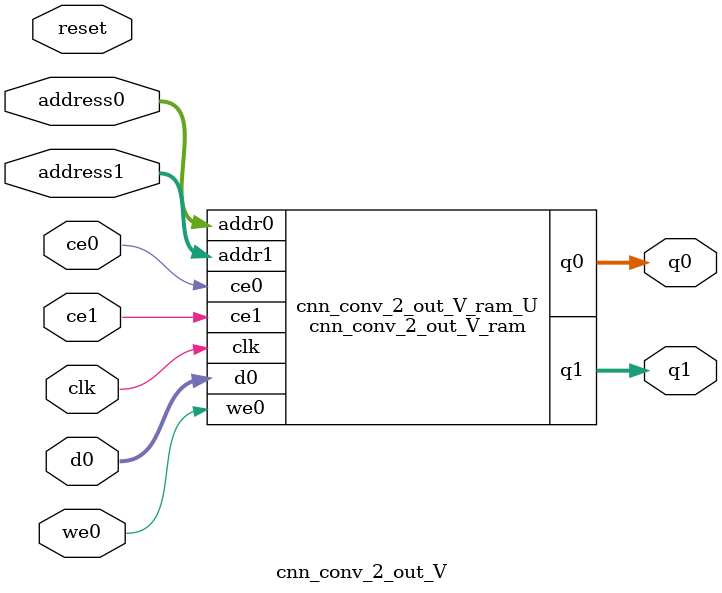
<source format=v>
`timescale 1 ns / 1 ps
module cnn_conv_2_out_V_ram (addr0, ce0, d0, we0, q0, addr1, ce1, q1,  clk);

parameter DWIDTH = 14;
parameter AWIDTH = 11;
parameter MEM_SIZE = 1936;

input[AWIDTH-1:0] addr0;
input ce0;
input[DWIDTH-1:0] d0;
input we0;
output reg[DWIDTH-1:0] q0;
input[AWIDTH-1:0] addr1;
input ce1;
output reg[DWIDTH-1:0] q1;
input clk;

(* ram_style = "block" *)reg [DWIDTH-1:0] ram[0:MEM_SIZE-1];




always @(posedge clk)  
begin 
    if (ce0) 
    begin
        if (we0) 
        begin 
            ram[addr0] <= d0; 
        end 
        q0 <= ram[addr0];
    end
end


always @(posedge clk)  
begin 
    if (ce1) 
    begin
        q1 <= ram[addr1];
    end
end


endmodule

`timescale 1 ns / 1 ps
module cnn_conv_2_out_V(
    reset,
    clk,
    address0,
    ce0,
    we0,
    d0,
    q0,
    address1,
    ce1,
    q1);

parameter DataWidth = 32'd14;
parameter AddressRange = 32'd1936;
parameter AddressWidth = 32'd11;
input reset;
input clk;
input[AddressWidth - 1:0] address0;
input ce0;
input we0;
input[DataWidth - 1:0] d0;
output[DataWidth - 1:0] q0;
input[AddressWidth - 1:0] address1;
input ce1;
output[DataWidth - 1:0] q1;



cnn_conv_2_out_V_ram cnn_conv_2_out_V_ram_U(
    .clk( clk ),
    .addr0( address0 ),
    .ce0( ce0 ),
    .we0( we0 ),
    .d0( d0 ),
    .q0( q0 ),
    .addr1( address1 ),
    .ce1( ce1 ),
    .q1( q1 ));

endmodule


</source>
